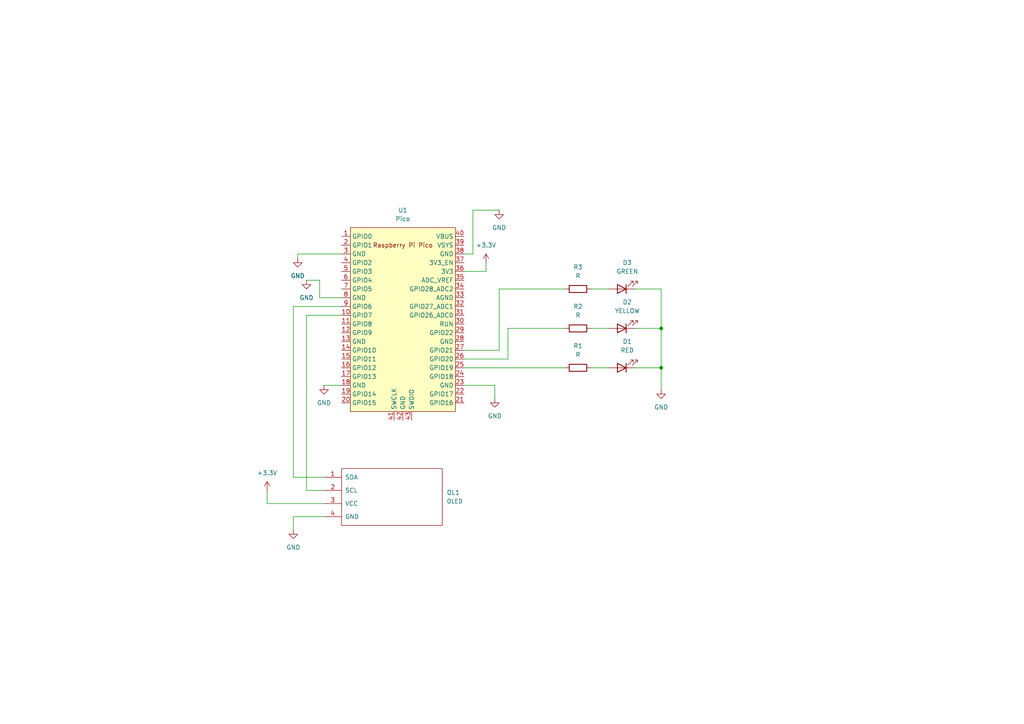
<source format=kicad_sch>
(kicad_sch
	(version 20231120)
	(generator "eeschema")
	(generator_version "8.0")
	(uuid "0ca7e39e-06e6-45a2-af30-4ef10b5b6c9e")
	(paper "A4")
	(lib_symbols
		(symbol "Device:LED"
			(pin_numbers hide)
			(pin_names
				(offset 1.016) hide)
			(exclude_from_sim no)
			(in_bom yes)
			(on_board yes)
			(property "Reference" "D"
				(at 0 2.54 0)
				(effects
					(font
						(size 1.27 1.27)
					)
				)
			)
			(property "Value" "LED"
				(at 0 -2.54 0)
				(effects
					(font
						(size 1.27 1.27)
					)
				)
			)
			(property "Footprint" ""
				(at 0 0 0)
				(effects
					(font
						(size 1.27 1.27)
					)
					(hide yes)
				)
			)
			(property "Datasheet" "~"
				(at 0 0 0)
				(effects
					(font
						(size 1.27 1.27)
					)
					(hide yes)
				)
			)
			(property "Description" "Light emitting diode"
				(at 0 0 0)
				(effects
					(font
						(size 1.27 1.27)
					)
					(hide yes)
				)
			)
			(property "ki_keywords" "LED diode"
				(at 0 0 0)
				(effects
					(font
						(size 1.27 1.27)
					)
					(hide yes)
				)
			)
			(property "ki_fp_filters" "LED* LED_SMD:* LED_THT:*"
				(at 0 0 0)
				(effects
					(font
						(size 1.27 1.27)
					)
					(hide yes)
				)
			)
			(symbol "LED_0_1"
				(polyline
					(pts
						(xy -1.27 -1.27) (xy -1.27 1.27)
					)
					(stroke
						(width 0.254)
						(type default)
					)
					(fill
						(type none)
					)
				)
				(polyline
					(pts
						(xy -1.27 0) (xy 1.27 0)
					)
					(stroke
						(width 0)
						(type default)
					)
					(fill
						(type none)
					)
				)
				(polyline
					(pts
						(xy 1.27 -1.27) (xy 1.27 1.27) (xy -1.27 0) (xy 1.27 -1.27)
					)
					(stroke
						(width 0.254)
						(type default)
					)
					(fill
						(type none)
					)
				)
				(polyline
					(pts
						(xy -3.048 -0.762) (xy -4.572 -2.286) (xy -3.81 -2.286) (xy -4.572 -2.286) (xy -4.572 -1.524)
					)
					(stroke
						(width 0)
						(type default)
					)
					(fill
						(type none)
					)
				)
				(polyline
					(pts
						(xy -1.778 -0.762) (xy -3.302 -2.286) (xy -2.54 -2.286) (xy -3.302 -2.286) (xy -3.302 -1.524)
					)
					(stroke
						(width 0)
						(type default)
					)
					(fill
						(type none)
					)
				)
			)
			(symbol "LED_1_1"
				(pin passive line
					(at -3.81 0 0)
					(length 2.54)
					(name "K"
						(effects
							(font
								(size 1.27 1.27)
							)
						)
					)
					(number "1"
						(effects
							(font
								(size 1.27 1.27)
							)
						)
					)
				)
				(pin passive line
					(at 3.81 0 180)
					(length 2.54)
					(name "A"
						(effects
							(font
								(size 1.27 1.27)
							)
						)
					)
					(number "2"
						(effects
							(font
								(size 1.27 1.27)
							)
						)
					)
				)
			)
		)
		(symbol "Device:R"
			(pin_numbers hide)
			(pin_names
				(offset 0)
			)
			(exclude_from_sim no)
			(in_bom yes)
			(on_board yes)
			(property "Reference" "R"
				(at 2.032 0 90)
				(effects
					(font
						(size 1.27 1.27)
					)
				)
			)
			(property "Value" "R"
				(at 0 0 90)
				(effects
					(font
						(size 1.27 1.27)
					)
				)
			)
			(property "Footprint" ""
				(at -1.778 0 90)
				(effects
					(font
						(size 1.27 1.27)
					)
					(hide yes)
				)
			)
			(property "Datasheet" "~"
				(at 0 0 0)
				(effects
					(font
						(size 1.27 1.27)
					)
					(hide yes)
				)
			)
			(property "Description" "Resistor"
				(at 0 0 0)
				(effects
					(font
						(size 1.27 1.27)
					)
					(hide yes)
				)
			)
			(property "ki_keywords" "R res resistor"
				(at 0 0 0)
				(effects
					(font
						(size 1.27 1.27)
					)
					(hide yes)
				)
			)
			(property "ki_fp_filters" "R_*"
				(at 0 0 0)
				(effects
					(font
						(size 1.27 1.27)
					)
					(hide yes)
				)
			)
			(symbol "R_0_1"
				(rectangle
					(start -1.016 -2.54)
					(end 1.016 2.54)
					(stroke
						(width 0.254)
						(type default)
					)
					(fill
						(type none)
					)
				)
			)
			(symbol "R_1_1"
				(pin passive line
					(at 0 3.81 270)
					(length 1.27)
					(name "~"
						(effects
							(font
								(size 1.27 1.27)
							)
						)
					)
					(number "1"
						(effects
							(font
								(size 1.27 1.27)
							)
						)
					)
				)
				(pin passive line
					(at 0 -3.81 90)
					(length 1.27)
					(name "~"
						(effects
							(font
								(size 1.27 1.27)
							)
						)
					)
					(number "2"
						(effects
							(font
								(size 1.27 1.27)
							)
						)
					)
				)
			)
		)
		(symbol "MCU_RaspberryPi_and_Boards:Pico"
			(exclude_from_sim no)
			(in_bom yes)
			(on_board yes)
			(property "Reference" "U"
				(at -13.97 27.94 0)
				(effects
					(font
						(size 1.27 1.27)
					)
				)
			)
			(property "Value" "Pico"
				(at 0 19.05 0)
				(effects
					(font
						(size 1.27 1.27)
					)
				)
			)
			(property "Footprint" "RPi_Pico:RPi_Pico_SMD_TH"
				(at 0 0 90)
				(effects
					(font
						(size 1.27 1.27)
					)
					(hide yes)
				)
			)
			(property "Datasheet" ""
				(at 0 0 0)
				(effects
					(font
						(size 1.27 1.27)
					)
					(hide yes)
				)
			)
			(property "Description" ""
				(at 0 0 0)
				(effects
					(font
						(size 1.27 1.27)
					)
					(hide yes)
				)
			)
			(symbol "Pico_0_0"
				(text "Raspberry Pi Pico"
					(at 0 21.59 0)
					(effects
						(font
							(size 1.27 1.27)
						)
					)
				)
			)
			(symbol "Pico_0_1"
				(rectangle
					(start -15.24 26.67)
					(end 15.24 -26.67)
					(stroke
						(width 0)
						(type default)
					)
					(fill
						(type background)
					)
				)
			)
			(symbol "Pico_1_1"
				(pin bidirectional line
					(at -17.78 24.13 0)
					(length 2.54)
					(name "GPIO0"
						(effects
							(font
								(size 1.27 1.27)
							)
						)
					)
					(number "1"
						(effects
							(font
								(size 1.27 1.27)
							)
						)
					)
				)
				(pin bidirectional line
					(at -17.78 1.27 0)
					(length 2.54)
					(name "GPIO7"
						(effects
							(font
								(size 1.27 1.27)
							)
						)
					)
					(number "10"
						(effects
							(font
								(size 1.27 1.27)
							)
						)
					)
				)
				(pin bidirectional line
					(at -17.78 -1.27 0)
					(length 2.54)
					(name "GPIO8"
						(effects
							(font
								(size 1.27 1.27)
							)
						)
					)
					(number "11"
						(effects
							(font
								(size 1.27 1.27)
							)
						)
					)
				)
				(pin bidirectional line
					(at -17.78 -3.81 0)
					(length 2.54)
					(name "GPIO9"
						(effects
							(font
								(size 1.27 1.27)
							)
						)
					)
					(number "12"
						(effects
							(font
								(size 1.27 1.27)
							)
						)
					)
				)
				(pin power_in line
					(at -17.78 -6.35 0)
					(length 2.54)
					(name "GND"
						(effects
							(font
								(size 1.27 1.27)
							)
						)
					)
					(number "13"
						(effects
							(font
								(size 1.27 1.27)
							)
						)
					)
				)
				(pin bidirectional line
					(at -17.78 -8.89 0)
					(length 2.54)
					(name "GPIO10"
						(effects
							(font
								(size 1.27 1.27)
							)
						)
					)
					(number "14"
						(effects
							(font
								(size 1.27 1.27)
							)
						)
					)
				)
				(pin bidirectional line
					(at -17.78 -11.43 0)
					(length 2.54)
					(name "GPIO11"
						(effects
							(font
								(size 1.27 1.27)
							)
						)
					)
					(number "15"
						(effects
							(font
								(size 1.27 1.27)
							)
						)
					)
				)
				(pin bidirectional line
					(at -17.78 -13.97 0)
					(length 2.54)
					(name "GPIO12"
						(effects
							(font
								(size 1.27 1.27)
							)
						)
					)
					(number "16"
						(effects
							(font
								(size 1.27 1.27)
							)
						)
					)
				)
				(pin bidirectional line
					(at -17.78 -16.51 0)
					(length 2.54)
					(name "GPIO13"
						(effects
							(font
								(size 1.27 1.27)
							)
						)
					)
					(number "17"
						(effects
							(font
								(size 1.27 1.27)
							)
						)
					)
				)
				(pin power_in line
					(at -17.78 -19.05 0)
					(length 2.54)
					(name "GND"
						(effects
							(font
								(size 1.27 1.27)
							)
						)
					)
					(number "18"
						(effects
							(font
								(size 1.27 1.27)
							)
						)
					)
				)
				(pin bidirectional line
					(at -17.78 -21.59 0)
					(length 2.54)
					(name "GPIO14"
						(effects
							(font
								(size 1.27 1.27)
							)
						)
					)
					(number "19"
						(effects
							(font
								(size 1.27 1.27)
							)
						)
					)
				)
				(pin bidirectional line
					(at -17.78 21.59 0)
					(length 2.54)
					(name "GPIO1"
						(effects
							(font
								(size 1.27 1.27)
							)
						)
					)
					(number "2"
						(effects
							(font
								(size 1.27 1.27)
							)
						)
					)
				)
				(pin bidirectional line
					(at -17.78 -24.13 0)
					(length 2.54)
					(name "GPIO15"
						(effects
							(font
								(size 1.27 1.27)
							)
						)
					)
					(number "20"
						(effects
							(font
								(size 1.27 1.27)
							)
						)
					)
				)
				(pin bidirectional line
					(at 17.78 -24.13 180)
					(length 2.54)
					(name "GPIO16"
						(effects
							(font
								(size 1.27 1.27)
							)
						)
					)
					(number "21"
						(effects
							(font
								(size 1.27 1.27)
							)
						)
					)
				)
				(pin bidirectional line
					(at 17.78 -21.59 180)
					(length 2.54)
					(name "GPIO17"
						(effects
							(font
								(size 1.27 1.27)
							)
						)
					)
					(number "22"
						(effects
							(font
								(size 1.27 1.27)
							)
						)
					)
				)
				(pin power_in line
					(at 17.78 -19.05 180)
					(length 2.54)
					(name "GND"
						(effects
							(font
								(size 1.27 1.27)
							)
						)
					)
					(number "23"
						(effects
							(font
								(size 1.27 1.27)
							)
						)
					)
				)
				(pin bidirectional line
					(at 17.78 -16.51 180)
					(length 2.54)
					(name "GPIO18"
						(effects
							(font
								(size 1.27 1.27)
							)
						)
					)
					(number "24"
						(effects
							(font
								(size 1.27 1.27)
							)
						)
					)
				)
				(pin bidirectional line
					(at 17.78 -13.97 180)
					(length 2.54)
					(name "GPIO19"
						(effects
							(font
								(size 1.27 1.27)
							)
						)
					)
					(number "25"
						(effects
							(font
								(size 1.27 1.27)
							)
						)
					)
				)
				(pin bidirectional line
					(at 17.78 -11.43 180)
					(length 2.54)
					(name "GPIO20"
						(effects
							(font
								(size 1.27 1.27)
							)
						)
					)
					(number "26"
						(effects
							(font
								(size 1.27 1.27)
							)
						)
					)
				)
				(pin bidirectional line
					(at 17.78 -8.89 180)
					(length 2.54)
					(name "GPIO21"
						(effects
							(font
								(size 1.27 1.27)
							)
						)
					)
					(number "27"
						(effects
							(font
								(size 1.27 1.27)
							)
						)
					)
				)
				(pin power_in line
					(at 17.78 -6.35 180)
					(length 2.54)
					(name "GND"
						(effects
							(font
								(size 1.27 1.27)
							)
						)
					)
					(number "28"
						(effects
							(font
								(size 1.27 1.27)
							)
						)
					)
				)
				(pin bidirectional line
					(at 17.78 -3.81 180)
					(length 2.54)
					(name "GPIO22"
						(effects
							(font
								(size 1.27 1.27)
							)
						)
					)
					(number "29"
						(effects
							(font
								(size 1.27 1.27)
							)
						)
					)
				)
				(pin power_in line
					(at -17.78 19.05 0)
					(length 2.54)
					(name "GND"
						(effects
							(font
								(size 1.27 1.27)
							)
						)
					)
					(number "3"
						(effects
							(font
								(size 1.27 1.27)
							)
						)
					)
				)
				(pin input line
					(at 17.78 -1.27 180)
					(length 2.54)
					(name "RUN"
						(effects
							(font
								(size 1.27 1.27)
							)
						)
					)
					(number "30"
						(effects
							(font
								(size 1.27 1.27)
							)
						)
					)
				)
				(pin bidirectional line
					(at 17.78 1.27 180)
					(length 2.54)
					(name "GPIO26_ADC0"
						(effects
							(font
								(size 1.27 1.27)
							)
						)
					)
					(number "31"
						(effects
							(font
								(size 1.27 1.27)
							)
						)
					)
				)
				(pin bidirectional line
					(at 17.78 3.81 180)
					(length 2.54)
					(name "GPIO27_ADC1"
						(effects
							(font
								(size 1.27 1.27)
							)
						)
					)
					(number "32"
						(effects
							(font
								(size 1.27 1.27)
							)
						)
					)
				)
				(pin power_in line
					(at 17.78 6.35 180)
					(length 2.54)
					(name "AGND"
						(effects
							(font
								(size 1.27 1.27)
							)
						)
					)
					(number "33"
						(effects
							(font
								(size 1.27 1.27)
							)
						)
					)
				)
				(pin bidirectional line
					(at 17.78 8.89 180)
					(length 2.54)
					(name "GPIO28_ADC2"
						(effects
							(font
								(size 1.27 1.27)
							)
						)
					)
					(number "34"
						(effects
							(font
								(size 1.27 1.27)
							)
						)
					)
				)
				(pin power_in line
					(at 17.78 11.43 180)
					(length 2.54)
					(name "ADC_VREF"
						(effects
							(font
								(size 1.27 1.27)
							)
						)
					)
					(number "35"
						(effects
							(font
								(size 1.27 1.27)
							)
						)
					)
				)
				(pin power_in line
					(at 17.78 13.97 180)
					(length 2.54)
					(name "3V3"
						(effects
							(font
								(size 1.27 1.27)
							)
						)
					)
					(number "36"
						(effects
							(font
								(size 1.27 1.27)
							)
						)
					)
				)
				(pin input line
					(at 17.78 16.51 180)
					(length 2.54)
					(name "3V3_EN"
						(effects
							(font
								(size 1.27 1.27)
							)
						)
					)
					(number "37"
						(effects
							(font
								(size 1.27 1.27)
							)
						)
					)
				)
				(pin bidirectional line
					(at 17.78 19.05 180)
					(length 2.54)
					(name "GND"
						(effects
							(font
								(size 1.27 1.27)
							)
						)
					)
					(number "38"
						(effects
							(font
								(size 1.27 1.27)
							)
						)
					)
				)
				(pin power_in line
					(at 17.78 21.59 180)
					(length 2.54)
					(name "VSYS"
						(effects
							(font
								(size 1.27 1.27)
							)
						)
					)
					(number "39"
						(effects
							(font
								(size 1.27 1.27)
							)
						)
					)
				)
				(pin bidirectional line
					(at -17.78 16.51 0)
					(length 2.54)
					(name "GPIO2"
						(effects
							(font
								(size 1.27 1.27)
							)
						)
					)
					(number "4"
						(effects
							(font
								(size 1.27 1.27)
							)
						)
					)
				)
				(pin power_in line
					(at 17.78 24.13 180)
					(length 2.54)
					(name "VBUS"
						(effects
							(font
								(size 1.27 1.27)
							)
						)
					)
					(number "40"
						(effects
							(font
								(size 1.27 1.27)
							)
						)
					)
				)
				(pin input line
					(at -2.54 -29.21 90)
					(length 2.54)
					(name "SWCLK"
						(effects
							(font
								(size 1.27 1.27)
							)
						)
					)
					(number "41"
						(effects
							(font
								(size 1.27 1.27)
							)
						)
					)
				)
				(pin power_in line
					(at 0 -29.21 90)
					(length 2.54)
					(name "GND"
						(effects
							(font
								(size 1.27 1.27)
							)
						)
					)
					(number "42"
						(effects
							(font
								(size 1.27 1.27)
							)
						)
					)
				)
				(pin bidirectional line
					(at 2.54 -29.21 90)
					(length 2.54)
					(name "SWDIO"
						(effects
							(font
								(size 1.27 1.27)
							)
						)
					)
					(number "43"
						(effects
							(font
								(size 1.27 1.27)
							)
						)
					)
				)
				(pin bidirectional line
					(at -17.78 13.97 0)
					(length 2.54)
					(name "GPIO3"
						(effects
							(font
								(size 1.27 1.27)
							)
						)
					)
					(number "5"
						(effects
							(font
								(size 1.27 1.27)
							)
						)
					)
				)
				(pin bidirectional line
					(at -17.78 11.43 0)
					(length 2.54)
					(name "GPIO4"
						(effects
							(font
								(size 1.27 1.27)
							)
						)
					)
					(number "6"
						(effects
							(font
								(size 1.27 1.27)
							)
						)
					)
				)
				(pin bidirectional line
					(at -17.78 8.89 0)
					(length 2.54)
					(name "GPIO5"
						(effects
							(font
								(size 1.27 1.27)
							)
						)
					)
					(number "7"
						(effects
							(font
								(size 1.27 1.27)
							)
						)
					)
				)
				(pin power_in line
					(at -17.78 6.35 0)
					(length 2.54)
					(name "GND"
						(effects
							(font
								(size 1.27 1.27)
							)
						)
					)
					(number "8"
						(effects
							(font
								(size 1.27 1.27)
							)
						)
					)
				)
				(pin bidirectional line
					(at -17.78 3.81 0)
					(length 2.54)
					(name "GPIO6"
						(effects
							(font
								(size 1.27 1.27)
							)
						)
					)
					(number "9"
						(effects
							(font
								(size 1.27 1.27)
							)
						)
					)
				)
			)
		)
		(symbol "kbd:OLED"
			(pin_names
				(offset 1.016)
			)
			(exclude_from_sim no)
			(in_bom yes)
			(on_board yes)
			(property "Reference" "OL"
				(at 0 2.54 0)
				(effects
					(font
						(size 1.2954 1.2954)
					)
				)
			)
			(property "Value" "OLED"
				(at 0 -1.27 0)
				(effects
					(font
						(size 1.1938 1.1938)
					)
				)
			)
			(property "Footprint" ""
				(at 0 2.54 0)
				(effects
					(font
						(size 1.524 1.524)
					)
					(hide yes)
				)
			)
			(property "Datasheet" ""
				(at 0 2.54 0)
				(effects
					(font
						(size 1.524 1.524)
					)
					(hide yes)
				)
			)
			(property "Description" ""
				(at 0 0 0)
				(effects
					(font
						(size 1.27 1.27)
					)
					(hide yes)
				)
			)
			(symbol "OLED_0_1"
				(rectangle
					(start -13.97 8.89)
					(end 15.24 -7.62)
					(stroke
						(width 0)
						(type solid)
					)
					(fill
						(type none)
					)
				)
			)
			(symbol "OLED_1_1"
				(pin bidirectional line
					(at -19.05 6.35 0)
					(length 5.08)
					(name "SDA"
						(effects
							(font
								(size 1.27 1.27)
							)
						)
					)
					(number "1"
						(effects
							(font
								(size 1.27 1.27)
							)
						)
					)
				)
				(pin bidirectional line
					(at -19.05 2.54 0)
					(length 5.08)
					(name "SCL"
						(effects
							(font
								(size 1.27 1.27)
							)
						)
					)
					(number "2"
						(effects
							(font
								(size 1.27 1.27)
							)
						)
					)
				)
				(pin power_in line
					(at -19.05 -1.27 0)
					(length 5.08)
					(name "VCC"
						(effects
							(font
								(size 1.27 1.27)
							)
						)
					)
					(number "3"
						(effects
							(font
								(size 1.27 1.27)
							)
						)
					)
				)
				(pin power_in line
					(at -19.05 -5.08 0)
					(length 5.08)
					(name "GND"
						(effects
							(font
								(size 1.27 1.27)
							)
						)
					)
					(number "4"
						(effects
							(font
								(size 1.27 1.27)
							)
						)
					)
				)
			)
		)
		(symbol "power:+3.3V"
			(power)
			(pin_numbers hide)
			(pin_names
				(offset 0) hide)
			(exclude_from_sim no)
			(in_bom yes)
			(on_board yes)
			(property "Reference" "#PWR"
				(at 0 -3.81 0)
				(effects
					(font
						(size 1.27 1.27)
					)
					(hide yes)
				)
			)
			(property "Value" "+3.3V"
				(at 0 3.556 0)
				(effects
					(font
						(size 1.27 1.27)
					)
				)
			)
			(property "Footprint" ""
				(at 0 0 0)
				(effects
					(font
						(size 1.27 1.27)
					)
					(hide yes)
				)
			)
			(property "Datasheet" ""
				(at 0 0 0)
				(effects
					(font
						(size 1.27 1.27)
					)
					(hide yes)
				)
			)
			(property "Description" "Power symbol creates a global label with name \"+3.3V\""
				(at 0 0 0)
				(effects
					(font
						(size 1.27 1.27)
					)
					(hide yes)
				)
			)
			(property "ki_keywords" "global power"
				(at 0 0 0)
				(effects
					(font
						(size 1.27 1.27)
					)
					(hide yes)
				)
			)
			(symbol "+3.3V_0_1"
				(polyline
					(pts
						(xy -0.762 1.27) (xy 0 2.54)
					)
					(stroke
						(width 0)
						(type default)
					)
					(fill
						(type none)
					)
				)
				(polyline
					(pts
						(xy 0 0) (xy 0 2.54)
					)
					(stroke
						(width 0)
						(type default)
					)
					(fill
						(type none)
					)
				)
				(polyline
					(pts
						(xy 0 2.54) (xy 0.762 1.27)
					)
					(stroke
						(width 0)
						(type default)
					)
					(fill
						(type none)
					)
				)
			)
			(symbol "+3.3V_1_1"
				(pin power_in line
					(at 0 0 90)
					(length 0)
					(name "~"
						(effects
							(font
								(size 1.27 1.27)
							)
						)
					)
					(number "1"
						(effects
							(font
								(size 1.27 1.27)
							)
						)
					)
				)
			)
		)
		(symbol "power:GND"
			(power)
			(pin_numbers hide)
			(pin_names
				(offset 0) hide)
			(exclude_from_sim no)
			(in_bom yes)
			(on_board yes)
			(property "Reference" "#PWR"
				(at 0 -6.35 0)
				(effects
					(font
						(size 1.27 1.27)
					)
					(hide yes)
				)
			)
			(property "Value" "GND"
				(at 0 -3.81 0)
				(effects
					(font
						(size 1.27 1.27)
					)
				)
			)
			(property "Footprint" ""
				(at 0 0 0)
				(effects
					(font
						(size 1.27 1.27)
					)
					(hide yes)
				)
			)
			(property "Datasheet" ""
				(at 0 0 0)
				(effects
					(font
						(size 1.27 1.27)
					)
					(hide yes)
				)
			)
			(property "Description" "Power symbol creates a global label with name \"GND\" , ground"
				(at 0 0 0)
				(effects
					(font
						(size 1.27 1.27)
					)
					(hide yes)
				)
			)
			(property "ki_keywords" "global power"
				(at 0 0 0)
				(effects
					(font
						(size 1.27 1.27)
					)
					(hide yes)
				)
			)
			(symbol "GND_0_1"
				(polyline
					(pts
						(xy 0 0) (xy 0 -1.27) (xy 1.27 -1.27) (xy 0 -2.54) (xy -1.27 -1.27) (xy 0 -1.27)
					)
					(stroke
						(width 0)
						(type default)
					)
					(fill
						(type none)
					)
				)
			)
			(symbol "GND_1_1"
				(pin power_in line
					(at 0 0 270)
					(length 0)
					(name "~"
						(effects
							(font
								(size 1.27 1.27)
							)
						)
					)
					(number "1"
						(effects
							(font
								(size 1.27 1.27)
							)
						)
					)
				)
			)
		)
	)
	(junction
		(at 191.77 106.68)
		(diameter 0)
		(color 0 0 0 0)
		(uuid "bf677880-105a-4bde-b0e4-b00443a65cab")
	)
	(junction
		(at 191.77 95.25)
		(diameter 0)
		(color 0 0 0 0)
		(uuid "c8673ab7-59bb-451a-ad74-2d385f71b0d3")
	)
	(wire
		(pts
			(xy 92.71 86.36) (xy 92.71 81.28)
		)
		(stroke
			(width 0)
			(type default)
		)
		(uuid "05e8fd12-d231-4685-bd15-01f005095811")
	)
	(wire
		(pts
			(xy 85.09 88.9) (xy 85.09 138.43)
		)
		(stroke
			(width 0)
			(type default)
		)
		(uuid "1436923d-595e-4acd-a950-583f745d49f7")
	)
	(wire
		(pts
			(xy 171.45 83.82) (xy 176.53 83.82)
		)
		(stroke
			(width 0)
			(type default)
		)
		(uuid "189999d6-243e-401b-8366-f19a7f56a77e")
	)
	(wire
		(pts
			(xy 93.98 111.76) (xy 99.06 111.76)
		)
		(stroke
			(width 0)
			(type default)
		)
		(uuid "21d2d4eb-1068-4663-ab06-2e7c6350ad6a")
	)
	(wire
		(pts
			(xy 77.47 146.05) (xy 93.98 146.05)
		)
		(stroke
			(width 0)
			(type default)
		)
		(uuid "21effa64-071d-4955-8e4d-dbf04ef51bba")
	)
	(wire
		(pts
			(xy 191.77 95.25) (xy 191.77 83.82)
		)
		(stroke
			(width 0)
			(type default)
		)
		(uuid "252d4f6f-5f81-4656-9ba9-7d880b15f363")
	)
	(wire
		(pts
			(xy 86.36 73.66) (xy 86.36 74.93)
		)
		(stroke
			(width 0)
			(type default)
		)
		(uuid "275a2c97-7ab5-4907-b930-6182c8d11240")
	)
	(wire
		(pts
			(xy 134.62 106.68) (xy 163.83 106.68)
		)
		(stroke
			(width 0)
			(type default)
		)
		(uuid "27c66f65-c35a-4fac-b977-60acf207997e")
	)
	(wire
		(pts
			(xy 134.62 101.6) (xy 144.78 101.6)
		)
		(stroke
			(width 0)
			(type default)
		)
		(uuid "2c6d7777-f4ee-4127-bcb3-ede6e02231e5")
	)
	(wire
		(pts
			(xy 77.47 142.24) (xy 77.47 146.05)
		)
		(stroke
			(width 0)
			(type default)
		)
		(uuid "37e40756-7db8-43ed-8297-e596a3fd37bf")
	)
	(wire
		(pts
			(xy 85.09 138.43) (xy 93.98 138.43)
		)
		(stroke
			(width 0)
			(type default)
		)
		(uuid "3e6dda97-a123-4af5-8f05-114b30500a4a")
	)
	(wire
		(pts
			(xy 88.9 142.24) (xy 93.98 142.24)
		)
		(stroke
			(width 0)
			(type default)
		)
		(uuid "3fa5d444-50f5-4fcc-986f-db12a644b2dd")
	)
	(wire
		(pts
			(xy 144.78 101.6) (xy 144.78 83.82)
		)
		(stroke
			(width 0)
			(type default)
		)
		(uuid "41ff47c4-7793-43c5-a842-889fcff3bcc8")
	)
	(wire
		(pts
			(xy 99.06 86.36) (xy 92.71 86.36)
		)
		(stroke
			(width 0)
			(type default)
		)
		(uuid "42f1bad1-40fc-4bb9-890d-92ece4d014a2")
	)
	(wire
		(pts
			(xy 134.62 111.76) (xy 143.51 111.76)
		)
		(stroke
			(width 0)
			(type default)
		)
		(uuid "47aaa242-c898-4268-bb72-67b24a3d5847")
	)
	(wire
		(pts
			(xy 184.15 95.25) (xy 191.77 95.25)
		)
		(stroke
			(width 0)
			(type default)
		)
		(uuid "58165ffd-fe6c-43ea-a430-65e543a65251")
	)
	(wire
		(pts
			(xy 147.32 95.25) (xy 147.32 104.14)
		)
		(stroke
			(width 0)
			(type default)
		)
		(uuid "60c5af4f-154d-4dc7-8d8b-d64cbc1ac0ce")
	)
	(wire
		(pts
			(xy 171.45 95.25) (xy 176.53 95.25)
		)
		(stroke
			(width 0)
			(type default)
		)
		(uuid "64635025-d1cc-43ce-a1a6-d5863aa674a1")
	)
	(wire
		(pts
			(xy 163.83 95.25) (xy 147.32 95.25)
		)
		(stroke
			(width 0)
			(type default)
		)
		(uuid "64fecd10-f035-40e5-8333-d6b0cc8380a1")
	)
	(wire
		(pts
			(xy 85.09 149.86) (xy 93.98 149.86)
		)
		(stroke
			(width 0)
			(type default)
		)
		(uuid "7f5fda91-af42-49f1-bc68-137d89b25940")
	)
	(wire
		(pts
			(xy 99.06 73.66) (xy 86.36 73.66)
		)
		(stroke
			(width 0)
			(type default)
		)
		(uuid "8689f75f-2246-4744-aecd-1c25081edc02")
	)
	(wire
		(pts
			(xy 140.97 78.74) (xy 134.62 78.74)
		)
		(stroke
			(width 0)
			(type default)
		)
		(uuid "86ad7cba-6c57-4b7a-ae93-6897ed3ee5e1")
	)
	(wire
		(pts
			(xy 85.09 153.67) (xy 85.09 149.86)
		)
		(stroke
			(width 0)
			(type default)
		)
		(uuid "89521de2-340b-41ad-a55e-984e2235d8a6")
	)
	(wire
		(pts
			(xy 191.77 83.82) (xy 184.15 83.82)
		)
		(stroke
			(width 0)
			(type default)
		)
		(uuid "8ccedfb8-10d4-4de2-a61d-b79bbd1e87ad")
	)
	(wire
		(pts
			(xy 99.06 88.9) (xy 85.09 88.9)
		)
		(stroke
			(width 0)
			(type default)
		)
		(uuid "91e3bc9f-9b44-41c6-b7c3-d967588f434a")
	)
	(wire
		(pts
			(xy 137.16 73.66) (xy 137.16 60.96)
		)
		(stroke
			(width 0)
			(type default)
		)
		(uuid "9d32e35c-209b-4302-b3a4-6fb5e83c1aad")
	)
	(wire
		(pts
			(xy 191.77 95.25) (xy 191.77 106.68)
		)
		(stroke
			(width 0)
			(type default)
		)
		(uuid "9db45576-b085-42b8-8268-8eacdb270482")
	)
	(wire
		(pts
			(xy 92.71 81.28) (xy 88.9 81.28)
		)
		(stroke
			(width 0)
			(type default)
		)
		(uuid "a0a51159-8615-4a63-a543-a4456d5769bc")
	)
	(wire
		(pts
			(xy 99.06 91.44) (xy 88.9 91.44)
		)
		(stroke
			(width 0)
			(type default)
		)
		(uuid "a540a275-8a79-418a-a056-cdb6b430eb3a")
	)
	(wire
		(pts
			(xy 191.77 106.68) (xy 191.77 113.03)
		)
		(stroke
			(width 0)
			(type default)
		)
		(uuid "a57c41c4-1c65-4d47-9970-01d945bbecea")
	)
	(wire
		(pts
			(xy 88.9 91.44) (xy 88.9 142.24)
		)
		(stroke
			(width 0)
			(type default)
		)
		(uuid "afe6886c-db23-4343-aec4-3eddf05cdc20")
	)
	(wire
		(pts
			(xy 144.78 83.82) (xy 163.83 83.82)
		)
		(stroke
			(width 0)
			(type default)
		)
		(uuid "afe81835-e0a9-4b38-992b-fc6cc4ee233a")
	)
	(wire
		(pts
			(xy 137.16 60.96) (xy 144.78 60.96)
		)
		(stroke
			(width 0)
			(type default)
		)
		(uuid "c5d60abe-8384-4b27-a582-4a6ea2206638")
	)
	(wire
		(pts
			(xy 143.51 111.76) (xy 143.51 115.57)
		)
		(stroke
			(width 0)
			(type default)
		)
		(uuid "c7e967e1-36a7-4789-a364-3b6752119afa")
	)
	(wire
		(pts
			(xy 134.62 73.66) (xy 137.16 73.66)
		)
		(stroke
			(width 0)
			(type default)
		)
		(uuid "c955751d-88ca-4a25-8a11-f6126be53685")
	)
	(wire
		(pts
			(xy 184.15 106.68) (xy 191.77 106.68)
		)
		(stroke
			(width 0)
			(type default)
		)
		(uuid "de133006-bf33-495b-af50-6d8258b963d7")
	)
	(wire
		(pts
			(xy 171.45 106.68) (xy 176.53 106.68)
		)
		(stroke
			(width 0)
			(type default)
		)
		(uuid "e54e5ec1-3d56-4424-a8fc-7963d436118a")
	)
	(wire
		(pts
			(xy 147.32 104.14) (xy 134.62 104.14)
		)
		(stroke
			(width 0)
			(type default)
		)
		(uuid "e9cef0a1-9de8-4576-81c8-ca57c1e8f940")
	)
	(wire
		(pts
			(xy 140.97 76.2) (xy 140.97 78.74)
		)
		(stroke
			(width 0)
			(type default)
		)
		(uuid "f947de2f-0e7d-44a6-8bc2-ccce82aaacd3")
	)
	(symbol
		(lib_id "kbd:OLED")
		(at 113.03 144.78 0)
		(unit 1)
		(exclude_from_sim no)
		(in_bom yes)
		(on_board yes)
		(dnp no)
		(fields_autoplaced yes)
		(uuid "16395f9d-fda2-451d-850b-3ff098e30bb9")
		(property "Reference" "OL1"
			(at 129.54 142.875 0)
			(effects
				(font
					(size 1.2954 1.2954)
				)
				(justify left)
			)
		)
		(property "Value" "OLED"
			(at 129.54 145.415 0)
			(effects
				(font
					(size 1.1938 1.1938)
				)
				(justify left)
			)
		)
		(property "Footprint" "kbd:OLED"
			(at 113.03 142.24 0)
			(effects
				(font
					(size 1.524 1.524)
				)
				(hide yes)
			)
		)
		(property "Datasheet" ""
			(at 113.03 142.24 0)
			(effects
				(font
					(size 1.524 1.524)
				)
				(hide yes)
			)
		)
		(property "Description" ""
			(at 113.03 144.78 0)
			(effects
				(font
					(size 1.27 1.27)
				)
				(hide yes)
			)
		)
		(pin "4"
			(uuid "13fd5673-6487-4de8-8e83-3f0e0fd425a4")
		)
		(pin "3"
			(uuid "e3aaf362-ab95-4866-9d43-eb57874fabb5")
		)
		(pin "1"
			(uuid "48bd3d41-f4bf-4e44-8be5-6686a2260251")
		)
		(pin "2"
			(uuid "d54a2572-7ec9-449f-8004-6dfcd29a24ea")
		)
		(instances
			(project "aurorawatchpcb"
				(path "/0ca7e39e-06e6-45a2-af30-4ef10b5b6c9e"
					(reference "OL1")
					(unit 1)
				)
			)
		)
	)
	(symbol
		(lib_id "power:GND")
		(at 143.51 115.57 0)
		(unit 1)
		(exclude_from_sim no)
		(in_bom yes)
		(on_board yes)
		(dnp no)
		(fields_autoplaced yes)
		(uuid "23aa4d33-4a64-4783-91bb-1d950073aa9d")
		(property "Reference" "#PWR05"
			(at 143.51 121.92 0)
			(effects
				(font
					(size 1.27 1.27)
				)
				(hide yes)
			)
		)
		(property "Value" "GND"
			(at 143.51 120.65 0)
			(effects
				(font
					(size 1.27 1.27)
				)
			)
		)
		(property "Footprint" ""
			(at 143.51 115.57 0)
			(effects
				(font
					(size 1.27 1.27)
				)
				(hide yes)
			)
		)
		(property "Datasheet" ""
			(at 143.51 115.57 0)
			(effects
				(font
					(size 1.27 1.27)
				)
				(hide yes)
			)
		)
		(property "Description" "Power symbol creates a global label with name \"GND\" , ground"
			(at 143.51 115.57 0)
			(effects
				(font
					(size 1.27 1.27)
				)
				(hide yes)
			)
		)
		(pin "1"
			(uuid "9178e6b1-5529-4412-aa28-5dbdd8c70125")
		)
		(instances
			(project "aurorawatchpcb"
				(path "/0ca7e39e-06e6-45a2-af30-4ef10b5b6c9e"
					(reference "#PWR05")
					(unit 1)
				)
			)
		)
	)
	(symbol
		(lib_id "power:GND")
		(at 93.98 111.76 0)
		(unit 1)
		(exclude_from_sim no)
		(in_bom yes)
		(on_board yes)
		(dnp no)
		(fields_autoplaced yes)
		(uuid "2d48bfc0-3d78-45f3-ab31-f2cb28a3d25c")
		(property "Reference" "#PWR06"
			(at 93.98 118.11 0)
			(effects
				(font
					(size 1.27 1.27)
				)
				(hide yes)
			)
		)
		(property "Value" "GND"
			(at 93.98 116.84 0)
			(effects
				(font
					(size 1.27 1.27)
				)
			)
		)
		(property "Footprint" ""
			(at 93.98 111.76 0)
			(effects
				(font
					(size 1.27 1.27)
				)
				(hide yes)
			)
		)
		(property "Datasheet" ""
			(at 93.98 111.76 0)
			(effects
				(font
					(size 1.27 1.27)
				)
				(hide yes)
			)
		)
		(property "Description" "Power symbol creates a global label with name \"GND\" , ground"
			(at 93.98 111.76 0)
			(effects
				(font
					(size 1.27 1.27)
				)
				(hide yes)
			)
		)
		(pin "1"
			(uuid "a974b828-726b-4d12-949b-2557bc5e2d39")
		)
		(instances
			(project "aurorawatchpcb"
				(path "/0ca7e39e-06e6-45a2-af30-4ef10b5b6c9e"
					(reference "#PWR06")
					(unit 1)
				)
			)
		)
	)
	(symbol
		(lib_id "Device:R")
		(at 167.64 95.25 90)
		(unit 1)
		(exclude_from_sim no)
		(in_bom yes)
		(on_board yes)
		(dnp no)
		(fields_autoplaced yes)
		(uuid "2f04f13b-1f03-4e14-99c7-c20228e28af8")
		(property "Reference" "R2"
			(at 167.64 88.9 90)
			(effects
				(font
					(size 1.27 1.27)
				)
			)
		)
		(property "Value" "R"
			(at 167.64 91.44 90)
			(effects
				(font
					(size 1.27 1.27)
				)
			)
		)
		(property "Footprint" "Resistor_SMD:R_1206_3216Metric_Pad1.30x1.75mm_HandSolder"
			(at 167.64 97.028 90)
			(effects
				(font
					(size 1.27 1.27)
				)
				(hide yes)
			)
		)
		(property "Datasheet" "~"
			(at 167.64 95.25 0)
			(effects
				(font
					(size 1.27 1.27)
				)
				(hide yes)
			)
		)
		(property "Description" "Resistor"
			(at 167.64 95.25 0)
			(effects
				(font
					(size 1.27 1.27)
				)
				(hide yes)
			)
		)
		(pin "2"
			(uuid "d3c74e95-195b-43fa-838e-d3cd1b9a43a7")
		)
		(pin "1"
			(uuid "d970b690-5d53-4e5d-b1ab-222902f7da9f")
		)
		(instances
			(project "aurorawatchpcb"
				(path "/0ca7e39e-06e6-45a2-af30-4ef10b5b6c9e"
					(reference "R2")
					(unit 1)
				)
			)
		)
	)
	(symbol
		(lib_id "power:GND")
		(at 191.77 113.03 0)
		(unit 1)
		(exclude_from_sim no)
		(in_bom yes)
		(on_board yes)
		(dnp no)
		(fields_autoplaced yes)
		(uuid "33001fbc-acf3-4c50-a4e1-ada3c5e48b9e")
		(property "Reference" "#PWR01"
			(at 191.77 119.38 0)
			(effects
				(font
					(size 1.27 1.27)
				)
				(hide yes)
			)
		)
		(property "Value" "GND"
			(at 191.77 118.11 0)
			(effects
				(font
					(size 1.27 1.27)
				)
			)
		)
		(property "Footprint" ""
			(at 191.77 113.03 0)
			(effects
				(font
					(size 1.27 1.27)
				)
				(hide yes)
			)
		)
		(property "Datasheet" ""
			(at 191.77 113.03 0)
			(effects
				(font
					(size 1.27 1.27)
				)
				(hide yes)
			)
		)
		(property "Description" "Power symbol creates a global label with name \"GND\" , ground"
			(at 191.77 113.03 0)
			(effects
				(font
					(size 1.27 1.27)
				)
				(hide yes)
			)
		)
		(pin "1"
			(uuid "c1de4fd7-ff65-4f45-ac8d-c426ff319fef")
		)
		(instances
			(project "aurorawatchpcb"
				(path "/0ca7e39e-06e6-45a2-af30-4ef10b5b6c9e"
					(reference "#PWR01")
					(unit 1)
				)
			)
		)
	)
	(symbol
		(lib_id "Device:LED")
		(at 180.34 95.25 180)
		(unit 1)
		(exclude_from_sim no)
		(in_bom yes)
		(on_board yes)
		(dnp no)
		(fields_autoplaced yes)
		(uuid "34761eab-943e-47bc-b935-d658c5f618cd")
		(property "Reference" "D2"
			(at 181.9275 87.63 0)
			(effects
				(font
					(size 1.27 1.27)
				)
			)
		)
		(property "Value" "YELLOW"
			(at 181.9275 90.17 0)
			(effects
				(font
					(size 1.27 1.27)
				)
			)
		)
		(property "Footprint" "LED_SMD:LED_1206_3216Metric_Pad1.42x1.75mm_HandSolder"
			(at 180.34 95.25 0)
			(effects
				(font
					(size 1.27 1.27)
				)
				(hide yes)
			)
		)
		(property "Datasheet" "~"
			(at 180.34 95.25 0)
			(effects
				(font
					(size 1.27 1.27)
				)
				(hide yes)
			)
		)
		(property "Description" "Light emitting diode"
			(at 180.34 95.25 0)
			(effects
				(font
					(size 1.27 1.27)
				)
				(hide yes)
			)
		)
		(pin "1"
			(uuid "a45c4741-fa31-4712-b2be-325279a64a92")
		)
		(pin "2"
			(uuid "93932ec5-023f-46a4-99fd-3e803f8e3ed7")
		)
		(instances
			(project "aurorawatchpcb"
				(path "/0ca7e39e-06e6-45a2-af30-4ef10b5b6c9e"
					(reference "D2")
					(unit 1)
				)
			)
		)
	)
	(symbol
		(lib_id "Device:LED")
		(at 180.34 83.82 180)
		(unit 1)
		(exclude_from_sim no)
		(in_bom yes)
		(on_board yes)
		(dnp no)
		(fields_autoplaced yes)
		(uuid "36985a8b-2a4b-469e-b59e-a540f277b6ef")
		(property "Reference" "D3"
			(at 181.9275 76.2 0)
			(effects
				(font
					(size 1.27 1.27)
				)
			)
		)
		(property "Value" "GREEN"
			(at 181.9275 78.74 0)
			(effects
				(font
					(size 1.27 1.27)
				)
			)
		)
		(property "Footprint" "LED_SMD:LED_1206_3216Metric_Pad1.42x1.75mm_HandSolder"
			(at 180.34 83.82 0)
			(effects
				(font
					(size 1.27 1.27)
				)
				(hide yes)
			)
		)
		(property "Datasheet" "~"
			(at 180.34 83.82 0)
			(effects
				(font
					(size 1.27 1.27)
				)
				(hide yes)
			)
		)
		(property "Description" "Light emitting diode"
			(at 180.34 83.82 0)
			(effects
				(font
					(size 1.27 1.27)
				)
				(hide yes)
			)
		)
		(pin "1"
			(uuid "f97f0177-01dd-4a1f-a28d-df2d38681145")
		)
		(pin "2"
			(uuid "fb1bb1ac-39e7-4471-bd6f-169090647416")
		)
		(instances
			(project "aurorawatchpcb"
				(path "/0ca7e39e-06e6-45a2-af30-4ef10b5b6c9e"
					(reference "D3")
					(unit 1)
				)
			)
		)
	)
	(symbol
		(lib_id "power:GND")
		(at 144.78 60.96 0)
		(unit 1)
		(exclude_from_sim no)
		(in_bom yes)
		(on_board yes)
		(dnp no)
		(fields_autoplaced yes)
		(uuid "723bb910-1325-414a-849a-525908e04d2c")
		(property "Reference" "#PWR09"
			(at 144.78 67.31 0)
			(effects
				(font
					(size 1.27 1.27)
				)
				(hide yes)
			)
		)
		(property "Value" "GND"
			(at 144.78 66.04 0)
			(effects
				(font
					(size 1.27 1.27)
				)
			)
		)
		(property "Footprint" ""
			(at 144.78 60.96 0)
			(effects
				(font
					(size 1.27 1.27)
				)
				(hide yes)
			)
		)
		(property "Datasheet" ""
			(at 144.78 60.96 0)
			(effects
				(font
					(size 1.27 1.27)
				)
				(hide yes)
			)
		)
		(property "Description" "Power symbol creates a global label with name \"GND\" , ground"
			(at 144.78 60.96 0)
			(effects
				(font
					(size 1.27 1.27)
				)
				(hide yes)
			)
		)
		(pin "1"
			(uuid "f610f8a2-3c5c-414c-a0b1-159b8fd221e1")
		)
		(instances
			(project "aurorawatchpcb"
				(path "/0ca7e39e-06e6-45a2-af30-4ef10b5b6c9e"
					(reference "#PWR09")
					(unit 1)
				)
			)
		)
	)
	(symbol
		(lib_id "Device:LED")
		(at 180.34 106.68 180)
		(unit 1)
		(exclude_from_sim no)
		(in_bom yes)
		(on_board yes)
		(dnp no)
		(fields_autoplaced yes)
		(uuid "79e4c4a8-1303-433e-9cce-4c721944a2bf")
		(property "Reference" "D1"
			(at 181.9275 99.06 0)
			(effects
				(font
					(size 1.27 1.27)
				)
			)
		)
		(property "Value" "RED"
			(at 181.9275 101.6 0)
			(effects
				(font
					(size 1.27 1.27)
				)
			)
		)
		(property "Footprint" "LED_SMD:LED_1206_3216Metric_Pad1.42x1.75mm_HandSolder"
			(at 180.34 106.68 0)
			(effects
				(font
					(size 1.27 1.27)
				)
				(hide yes)
			)
		)
		(property "Datasheet" "~"
			(at 180.34 106.68 0)
			(effects
				(font
					(size 1.27 1.27)
				)
				(hide yes)
			)
		)
		(property "Description" "Light emitting diode"
			(at 180.34 106.68 0)
			(effects
				(font
					(size 1.27 1.27)
				)
				(hide yes)
			)
		)
		(pin "1"
			(uuid "8ed2ccba-4e10-40a4-9650-a80696dbc2e5")
		)
		(pin "2"
			(uuid "cfdf1a77-c3dd-484e-9c38-3a78a655bf67")
		)
		(instances
			(project "aurorawatchpcb"
				(path "/0ca7e39e-06e6-45a2-af30-4ef10b5b6c9e"
					(reference "D1")
					(unit 1)
				)
			)
		)
	)
	(symbol
		(lib_id "power:GND")
		(at 85.09 153.67 0)
		(unit 1)
		(exclude_from_sim no)
		(in_bom yes)
		(on_board yes)
		(dnp no)
		(fields_autoplaced yes)
		(uuid "9613d92e-c7ab-4aa9-b724-7b8d2e3dd8dc")
		(property "Reference" "#PWR02"
			(at 85.09 160.02 0)
			(effects
				(font
					(size 1.27 1.27)
				)
				(hide yes)
			)
		)
		(property "Value" "GND"
			(at 85.09 158.75 0)
			(effects
				(font
					(size 1.27 1.27)
				)
			)
		)
		(property "Footprint" ""
			(at 85.09 153.67 0)
			(effects
				(font
					(size 1.27 1.27)
				)
				(hide yes)
			)
		)
		(property "Datasheet" ""
			(at 85.09 153.67 0)
			(effects
				(font
					(size 1.27 1.27)
				)
				(hide yes)
			)
		)
		(property "Description" "Power symbol creates a global label with name \"GND\" , ground"
			(at 85.09 153.67 0)
			(effects
				(font
					(size 1.27 1.27)
				)
				(hide yes)
			)
		)
		(pin "1"
			(uuid "4c9ab2e1-384c-49da-8ce0-444e868975dd")
		)
		(instances
			(project "aurorawatchpcb"
				(path "/0ca7e39e-06e6-45a2-af30-4ef10b5b6c9e"
					(reference "#PWR02")
					(unit 1)
				)
			)
		)
	)
	(symbol
		(lib_id "power:GND")
		(at 88.9 81.28 0)
		(unit 1)
		(exclude_from_sim no)
		(in_bom yes)
		(on_board yes)
		(dnp no)
		(fields_autoplaced yes)
		(uuid "980be061-01d6-44d5-880e-45a76ce8bac3")
		(property "Reference" "#PWR07"
			(at 88.9 87.63 0)
			(effects
				(font
					(size 1.27 1.27)
				)
				(hide yes)
			)
		)
		(property "Value" "GND"
			(at 88.9 86.36 0)
			(effects
				(font
					(size 1.27 1.27)
				)
			)
		)
		(property "Footprint" ""
			(at 88.9 81.28 0)
			(effects
				(font
					(size 1.27 1.27)
				)
				(hide yes)
			)
		)
		(property "Datasheet" ""
			(at 88.9 81.28 0)
			(effects
				(font
					(size 1.27 1.27)
				)
				(hide yes)
			)
		)
		(property "Description" "Power symbol creates a global label with name \"GND\" , ground"
			(at 88.9 81.28 0)
			(effects
				(font
					(size 1.27 1.27)
				)
				(hide yes)
			)
		)
		(pin "1"
			(uuid "7cad1ae4-171e-433d-8a25-b69c70c11636")
		)
		(instances
			(project "aurorawatchpcb"
				(path "/0ca7e39e-06e6-45a2-af30-4ef10b5b6c9e"
					(reference "#PWR07")
					(unit 1)
				)
			)
		)
	)
	(symbol
		(lib_id "Device:R")
		(at 167.64 106.68 90)
		(unit 1)
		(exclude_from_sim no)
		(in_bom yes)
		(on_board yes)
		(dnp no)
		(fields_autoplaced yes)
		(uuid "bac9c531-c9bf-4df0-8420-f7e079c8458d")
		(property "Reference" "R1"
			(at 167.64 100.33 90)
			(effects
				(font
					(size 1.27 1.27)
				)
			)
		)
		(property "Value" "R"
			(at 167.64 102.87 90)
			(effects
				(font
					(size 1.27 1.27)
				)
			)
		)
		(property "Footprint" "Resistor_SMD:R_1206_3216Metric_Pad1.30x1.75mm_HandSolder"
			(at 167.64 108.458 90)
			(effects
				(font
					(size 1.27 1.27)
				)
				(hide yes)
			)
		)
		(property "Datasheet" "~"
			(at 167.64 106.68 0)
			(effects
				(font
					(size 1.27 1.27)
				)
				(hide yes)
			)
		)
		(property "Description" "Resistor"
			(at 167.64 106.68 0)
			(effects
				(font
					(size 1.27 1.27)
				)
				(hide yes)
			)
		)
		(pin "2"
			(uuid "97be68c4-75b0-4a51-81a7-cc5ebc7de330")
		)
		(pin "1"
			(uuid "c5baf9bd-273f-4ee8-a34a-56b34e217a56")
		)
		(instances
			(project "aurorawatchpcb"
				(path "/0ca7e39e-06e6-45a2-af30-4ef10b5b6c9e"
					(reference "R1")
					(unit 1)
				)
			)
		)
	)
	(symbol
		(lib_id "Device:R")
		(at 167.64 83.82 90)
		(unit 1)
		(exclude_from_sim no)
		(in_bom yes)
		(on_board yes)
		(dnp no)
		(fields_autoplaced yes)
		(uuid "c341ab74-ad8c-4a20-a35f-b43168847ba9")
		(property "Reference" "R3"
			(at 167.64 77.47 90)
			(effects
				(font
					(size 1.27 1.27)
				)
			)
		)
		(property "Value" "R"
			(at 167.64 80.01 90)
			(effects
				(font
					(size 1.27 1.27)
				)
			)
		)
		(property "Footprint" "Resistor_SMD:R_1206_3216Metric_Pad1.30x1.75mm_HandSolder"
			(at 167.64 85.598 90)
			(effects
				(font
					(size 1.27 1.27)
				)
				(hide yes)
			)
		)
		(property "Datasheet" "~"
			(at 167.64 83.82 0)
			(effects
				(font
					(size 1.27 1.27)
				)
				(hide yes)
			)
		)
		(property "Description" "Resistor"
			(at 167.64 83.82 0)
			(effects
				(font
					(size 1.27 1.27)
				)
				(hide yes)
			)
		)
		(pin "2"
			(uuid "e0079bc9-8451-478a-8383-38f2328dbf45")
		)
		(pin "1"
			(uuid "840ec79b-08fd-4035-b110-b83ffb03fae7")
		)
		(instances
			(project "aurorawatchpcb"
				(path "/0ca7e39e-06e6-45a2-af30-4ef10b5b6c9e"
					(reference "R3")
					(unit 1)
				)
			)
		)
	)
	(symbol
		(lib_id "power:+3.3V")
		(at 140.97 76.2 0)
		(unit 1)
		(exclude_from_sim no)
		(in_bom yes)
		(on_board yes)
		(dnp no)
		(fields_autoplaced yes)
		(uuid "d3dc87dd-4372-45fd-ac19-84dae30e8ccf")
		(property "Reference" "#PWR03"
			(at 140.97 80.01 0)
			(effects
				(font
					(size 1.27 1.27)
				)
				(hide yes)
			)
		)
		(property "Value" "+3.3V"
			(at 140.97 71.12 0)
			(effects
				(font
					(size 1.27 1.27)
				)
			)
		)
		(property "Footprint" ""
			(at 140.97 76.2 0)
			(effects
				(font
					(size 1.27 1.27)
				)
				(hide yes)
			)
		)
		(property "Datasheet" ""
			(at 140.97 76.2 0)
			(effects
				(font
					(size 1.27 1.27)
				)
				(hide yes)
			)
		)
		(property "Description" "Power symbol creates a global label with name \"+3.3V\""
			(at 140.97 76.2 0)
			(effects
				(font
					(size 1.27 1.27)
				)
				(hide yes)
			)
		)
		(pin "1"
			(uuid "ad5a7020-f3ea-40f0-a854-e0bf951cf8cb")
		)
		(instances
			(project "aurorawatchpcb"
				(path "/0ca7e39e-06e6-45a2-af30-4ef10b5b6c9e"
					(reference "#PWR03")
					(unit 1)
				)
			)
		)
	)
	(symbol
		(lib_id "power:+3.3V")
		(at 77.47 142.24 0)
		(unit 1)
		(exclude_from_sim no)
		(in_bom yes)
		(on_board yes)
		(dnp no)
		(fields_autoplaced yes)
		(uuid "d8d3bd56-82ba-4c23-b461-2eec10308bc3")
		(property "Reference" "#PWR04"
			(at 77.47 146.05 0)
			(effects
				(font
					(size 1.27 1.27)
				)
				(hide yes)
			)
		)
		(property "Value" "+3.3V"
			(at 77.47 137.16 0)
			(effects
				(font
					(size 1.27 1.27)
				)
			)
		)
		(property "Footprint" ""
			(at 77.47 142.24 0)
			(effects
				(font
					(size 1.27 1.27)
				)
				(hide yes)
			)
		)
		(property "Datasheet" ""
			(at 77.47 142.24 0)
			(effects
				(font
					(size 1.27 1.27)
				)
				(hide yes)
			)
		)
		(property "Description" "Power symbol creates a global label with name \"+3.3V\""
			(at 77.47 142.24 0)
			(effects
				(font
					(size 1.27 1.27)
				)
				(hide yes)
			)
		)
		(pin "1"
			(uuid "357eda82-2551-4354-ade5-3d670a75f019")
		)
		(instances
			(project "aurorawatchpcb"
				(path "/0ca7e39e-06e6-45a2-af30-4ef10b5b6c9e"
					(reference "#PWR04")
					(unit 1)
				)
			)
		)
	)
	(symbol
		(lib_id "MCU_RaspberryPi_and_Boards:Pico")
		(at 116.84 92.71 0)
		(unit 1)
		(exclude_from_sim no)
		(in_bom yes)
		(on_board yes)
		(dnp no)
		(fields_autoplaced yes)
		(uuid "f8a513e5-ac2c-40e3-b383-16011d3163ec")
		(property "Reference" "U1"
			(at 116.84 60.96 0)
			(effects
				(font
					(size 1.27 1.27)
				)
			)
		)
		(property "Value" "Pico"
			(at 116.84 63.5 0)
			(effects
				(font
					(size 1.27 1.27)
				)
			)
		)
		(property "Footprint" "MCU_RaspberryPi_and_Boards:RPi_Pico_SMD_TH"
			(at 116.84 92.71 90)
			(effects
				(font
					(size 1.27 1.27)
				)
				(hide yes)
			)
		)
		(property "Datasheet" ""
			(at 116.84 92.71 0)
			(effects
				(font
					(size 1.27 1.27)
				)
				(hide yes)
			)
		)
		(property "Description" ""
			(at 116.84 92.71 0)
			(effects
				(font
					(size 1.27 1.27)
				)
				(hide yes)
			)
		)
		(pin "15"
			(uuid "5616b7b5-3e65-4a2f-b4e7-7c24dafa7d19")
		)
		(pin "1"
			(uuid "0e2f2cf2-7529-4425-b437-6213b7de6dbf")
		)
		(pin "24"
			(uuid "b57c21a2-8e61-43eb-995f-cf6e7e7feaab")
		)
		(pin "12"
			(uuid "719eeca9-1e2f-4559-80e2-41baa7a4c00b")
		)
		(pin "19"
			(uuid "668994b8-f65f-4f3e-a263-4c6937ce5235")
		)
		(pin "17"
			(uuid "3bd2fc59-7a07-4335-b539-37ac509eb701")
		)
		(pin "33"
			(uuid "0e009954-507a-4a84-8e66-70eef8292258")
		)
		(pin "42"
			(uuid "a2f1963f-b109-48ec-8458-08e5f1c3b482")
		)
		(pin "20"
			(uuid "2b581f08-d0de-4d3d-9ea6-f86bbc58f5ac")
		)
		(pin "23"
			(uuid "0fc51b9e-448f-49ff-bbc4-cd2eebb6a9cf")
		)
		(pin "5"
			(uuid "738908f8-5040-45e4-abb1-7270325be583")
		)
		(pin "35"
			(uuid "9ed853b7-851e-4c2c-88d3-cefa7a95fbb6")
		)
		(pin "30"
			(uuid "495a303f-0beb-4e02-95aa-37280c1e13f4")
		)
		(pin "16"
			(uuid "e967f61c-bb4f-48c9-97fe-5ab04edd0b71")
		)
		(pin "14"
			(uuid "41cf7f53-5a84-4efb-b60f-f717e58d6c53")
		)
		(pin "29"
			(uuid "ba4e56c2-9670-419b-91a5-80ffc0474924")
		)
		(pin "3"
			(uuid "f84572e3-7563-483a-9f46-0841a148cda5")
		)
		(pin "22"
			(uuid "1982bca6-733a-4bc5-ace0-35e1122f429a")
		)
		(pin "7"
			(uuid "061a272a-55b3-4fe0-a505-121a097b37fa")
		)
		(pin "26"
			(uuid "e8fa5439-fcbf-49f2-856a-43ef53a950bb")
		)
		(pin "4"
			(uuid "a84ca8c9-6faa-4e53-9ea6-4f2b90d53499")
		)
		(pin "43"
			(uuid "db1a001a-75e9-444f-89b5-758eabf070f1")
		)
		(pin "38"
			(uuid "512086eb-be08-4a3a-9a6e-fb2365431b36")
		)
		(pin "11"
			(uuid "4295464a-75af-4493-8b91-487386d782af")
		)
		(pin "21"
			(uuid "fdb0536f-45bb-40b1-8339-11f608af061e")
		)
		(pin "25"
			(uuid "4cc5904e-d541-4fa6-bf3d-a0d419322673")
		)
		(pin "31"
			(uuid "38ffa5a6-b84b-4fdc-9cb6-b22b911edfea")
		)
		(pin "27"
			(uuid "1fd01389-d2a6-44d2-ab26-053d3a94b158")
		)
		(pin "32"
			(uuid "d09b6701-1f95-4132-a8cb-5d6c5eb46645")
		)
		(pin "2"
			(uuid "4b80d2d1-2462-4e91-818a-880f612953a8")
		)
		(pin "8"
			(uuid "532ac776-d7d6-4abb-82a0-b841a5eb2e2e")
		)
		(pin "18"
			(uuid "7f78d00b-8035-43c1-b265-16e402851d73")
		)
		(pin "39"
			(uuid "37b5117c-1909-46e8-a3f8-b16548acdc88")
		)
		(pin "9"
			(uuid "a18c5ef8-d30b-4470-a0f7-cfc06907e70f")
		)
		(pin "36"
			(uuid "ef7e4de8-0fb2-4e2f-946d-34e1d7805a5b")
		)
		(pin "13"
			(uuid "429099a4-3fc4-43be-bfba-c29e51a340b2")
		)
		(pin "37"
			(uuid "20ab47c1-e848-488f-87fa-6595ccd15705")
		)
		(pin "40"
			(uuid "f58b46a9-da16-4aee-9551-16178ef8ad00")
		)
		(pin "28"
			(uuid "c6a7771b-cca4-4d41-8f29-dcea110764f3")
		)
		(pin "41"
			(uuid "186cd45d-845d-45a1-ad13-aeefc69851b5")
		)
		(pin "34"
			(uuid "1d86deb1-ec2f-492d-aed8-fdbe64edd77e")
		)
		(pin "6"
			(uuid "994b2ae9-f281-46c4-a488-3bcbb44eb672")
		)
		(pin "10"
			(uuid "38e5926e-c51f-4a4b-bd1d-3fb02ecb989e")
		)
		(instances
			(project "aurorawatchpcb"
				(path "/0ca7e39e-06e6-45a2-af30-4ef10b5b6c9e"
					(reference "U1")
					(unit 1)
				)
			)
		)
	)
	(symbol
		(lib_id "power:GND")
		(at 86.36 74.93 0)
		(unit 1)
		(exclude_from_sim no)
		(in_bom yes)
		(on_board yes)
		(dnp no)
		(fields_autoplaced yes)
		(uuid "fa758b32-3745-4adf-8200-ebe6d0176e13")
		(property "Reference" "#PWR08"
			(at 86.36 81.28 0)
			(effects
				(font
					(size 1.27 1.27)
				)
				(hide yes)
			)
		)
		(property "Value" "GND"
			(at 86.36 80.01 0)
			(effects
				(font
					(size 1.27 1.27)
				)
			)
		)
		(property "Footprint" ""
			(at 86.36 74.93 0)
			(effects
				(font
					(size 1.27 1.27)
				)
				(hide yes)
			)
		)
		(property "Datasheet" ""
			(at 86.36 74.93 0)
			(effects
				(font
					(size 1.27 1.27)
				)
				(hide yes)
			)
		)
		(property "Description" "Power symbol creates a global label with name \"GND\" , ground"
			(at 86.36 74.93 0)
			(effects
				(font
					(size 1.27 1.27)
				)
				(hide yes)
			)
		)
		(pin "1"
			(uuid "2b718ae7-8799-4b89-a854-649d52001f10")
		)
		(instances
			(project "aurorawatchpcb"
				(path "/0ca7e39e-06e6-45a2-af30-4ef10b5b6c9e"
					(reference "#PWR08")
					(unit 1)
				)
			)
		)
	)
	(sheet_instances
		(path "/"
			(page "1")
		)
	)
)
</source>
